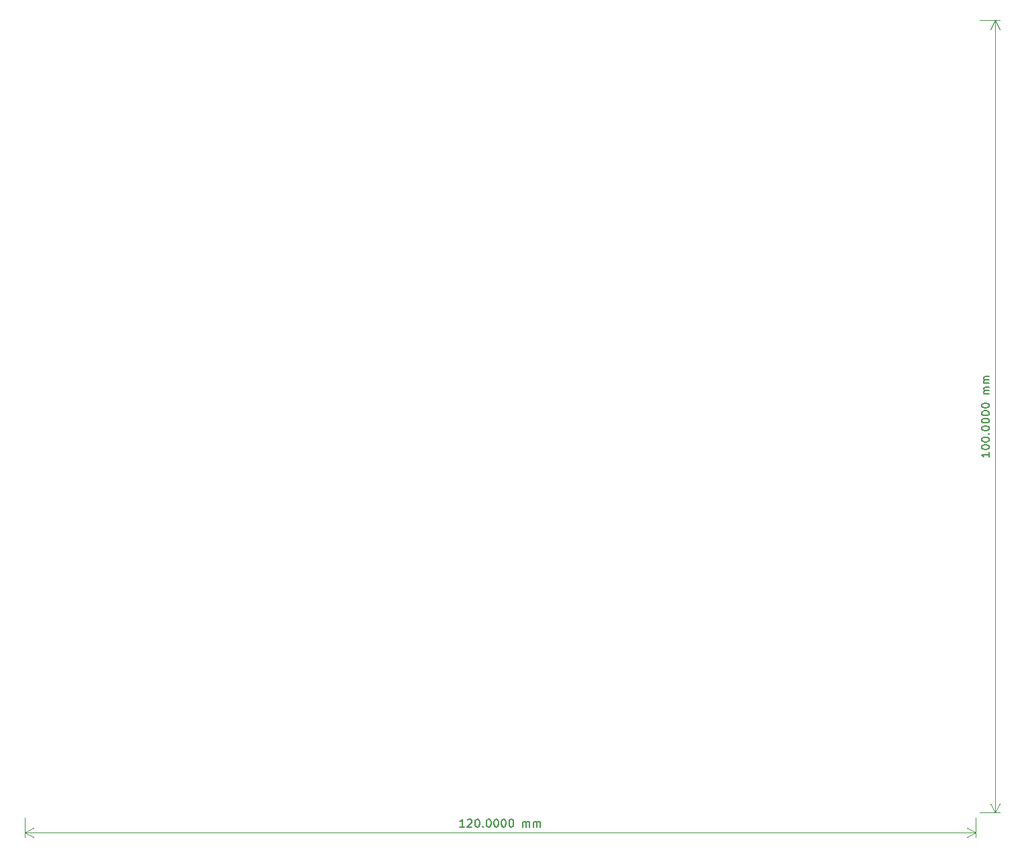
<source format=gbr>
%TF.GenerationSoftware,KiCad,Pcbnew,6.0.4-1.fc35*%
%TF.CreationDate,2022-04-22T01:18:39+05:30*%
%TF.ProjectId,8puter,38707574-6572-42e6-9b69-6361645f7063,rev?*%
%TF.SameCoordinates,PX5496c90PY8113368*%
%TF.FileFunction,OtherDrawing,Comment*%
%FSLAX46Y46*%
G04 Gerber Fmt 4.6, Leading zero omitted, Abs format (unit mm)*
G04 Created by KiCad (PCBNEW 6.0.4-1.fc35) date 2022-04-22 01:18:39*
%MOMM*%
%LPD*%
G01*
G04 APERTURE LIST*
%ADD10C,0.150000*%
%ADD11C,0.100000*%
G04 APERTURE END LIST*
D10*
X55476190Y-1702380D02*
X54904761Y-1702380D01*
X55190476Y-1702380D02*
X55190476Y-702380D01*
X55095238Y-845238D01*
X55000000Y-940476D01*
X54904761Y-988095D01*
X55857142Y-797619D02*
X55904761Y-750000D01*
X56000000Y-702380D01*
X56238095Y-702380D01*
X56333333Y-750000D01*
X56380952Y-797619D01*
X56428571Y-892857D01*
X56428571Y-988095D01*
X56380952Y-1130952D01*
X55809523Y-1702380D01*
X56428571Y-1702380D01*
X57047619Y-702380D02*
X57142857Y-702380D01*
X57238095Y-750000D01*
X57285714Y-797619D01*
X57333333Y-892857D01*
X57380952Y-1083333D01*
X57380952Y-1321428D01*
X57333333Y-1511904D01*
X57285714Y-1607142D01*
X57238095Y-1654761D01*
X57142857Y-1702380D01*
X57047619Y-1702380D01*
X56952380Y-1654761D01*
X56904761Y-1607142D01*
X56857142Y-1511904D01*
X56809523Y-1321428D01*
X56809523Y-1083333D01*
X56857142Y-892857D01*
X56904761Y-797619D01*
X56952380Y-750000D01*
X57047619Y-702380D01*
X57809523Y-1607142D02*
X57857142Y-1654761D01*
X57809523Y-1702380D01*
X57761904Y-1654761D01*
X57809523Y-1607142D01*
X57809523Y-1702380D01*
X58476190Y-702380D02*
X58571428Y-702380D01*
X58666666Y-750000D01*
X58714285Y-797619D01*
X58761904Y-892857D01*
X58809523Y-1083333D01*
X58809523Y-1321428D01*
X58761904Y-1511904D01*
X58714285Y-1607142D01*
X58666666Y-1654761D01*
X58571428Y-1702380D01*
X58476190Y-1702380D01*
X58380952Y-1654761D01*
X58333333Y-1607142D01*
X58285714Y-1511904D01*
X58238095Y-1321428D01*
X58238095Y-1083333D01*
X58285714Y-892857D01*
X58333333Y-797619D01*
X58380952Y-750000D01*
X58476190Y-702380D01*
X59428571Y-702380D02*
X59523809Y-702380D01*
X59619047Y-750000D01*
X59666666Y-797619D01*
X59714285Y-892857D01*
X59761904Y-1083333D01*
X59761904Y-1321428D01*
X59714285Y-1511904D01*
X59666666Y-1607142D01*
X59619047Y-1654761D01*
X59523809Y-1702380D01*
X59428571Y-1702380D01*
X59333333Y-1654761D01*
X59285714Y-1607142D01*
X59238095Y-1511904D01*
X59190476Y-1321428D01*
X59190476Y-1083333D01*
X59238095Y-892857D01*
X59285714Y-797619D01*
X59333333Y-750000D01*
X59428571Y-702380D01*
X60380952Y-702380D02*
X60476190Y-702380D01*
X60571428Y-750000D01*
X60619047Y-797619D01*
X60666666Y-892857D01*
X60714285Y-1083333D01*
X60714285Y-1321428D01*
X60666666Y-1511904D01*
X60619047Y-1607142D01*
X60571428Y-1654761D01*
X60476190Y-1702380D01*
X60380952Y-1702380D01*
X60285714Y-1654761D01*
X60238095Y-1607142D01*
X60190476Y-1511904D01*
X60142857Y-1321428D01*
X60142857Y-1083333D01*
X60190476Y-892857D01*
X60238095Y-797619D01*
X60285714Y-750000D01*
X60380952Y-702380D01*
X61333333Y-702380D02*
X61428571Y-702380D01*
X61523809Y-750000D01*
X61571428Y-797619D01*
X61619047Y-892857D01*
X61666666Y-1083333D01*
X61666666Y-1321428D01*
X61619047Y-1511904D01*
X61571428Y-1607142D01*
X61523809Y-1654761D01*
X61428571Y-1702380D01*
X61333333Y-1702380D01*
X61238095Y-1654761D01*
X61190476Y-1607142D01*
X61142857Y-1511904D01*
X61095238Y-1321428D01*
X61095238Y-1083333D01*
X61142857Y-892857D01*
X61190476Y-797619D01*
X61238095Y-750000D01*
X61333333Y-702380D01*
X62857142Y-1702380D02*
X62857142Y-1035714D01*
X62857142Y-1130952D02*
X62904761Y-1083333D01*
X63000000Y-1035714D01*
X63142857Y-1035714D01*
X63238095Y-1083333D01*
X63285714Y-1178571D01*
X63285714Y-1702380D01*
X63285714Y-1178571D02*
X63333333Y-1083333D01*
X63428571Y-1035714D01*
X63571428Y-1035714D01*
X63666666Y-1083333D01*
X63714285Y-1178571D01*
X63714285Y-1702380D01*
X64190476Y-1702380D02*
X64190476Y-1035714D01*
X64190476Y-1130952D02*
X64238095Y-1083333D01*
X64333333Y-1035714D01*
X64476190Y-1035714D01*
X64571428Y-1083333D01*
X64619047Y-1178571D01*
X64619047Y-1702380D01*
X64619047Y-1178571D02*
X64666666Y-1083333D01*
X64761904Y-1035714D01*
X64904761Y-1035714D01*
X65000000Y-1083333D01*
X65047619Y-1178571D01*
X65047619Y-1702380D01*
D11*
X0Y-500000D02*
X0Y-2986420D01*
X120000000Y-2986420D02*
X120000000Y-500000D01*
X0Y-2400000D02*
X120000000Y-2400000D01*
X0Y-2400000D02*
X120000000Y-2400000D01*
X0Y-2400000D02*
X1126504Y-2986421D01*
X0Y-2400000D02*
X1126504Y-1813579D01*
X120000000Y-2400000D02*
X118873496Y-1813579D01*
X120000000Y-2400000D02*
X118873496Y-2986421D01*
D10*
X121702380Y45576191D02*
X121702380Y45004762D01*
X121702380Y45290477D02*
X120702380Y45290477D01*
X120845238Y45195239D01*
X120940476Y45100000D01*
X120988095Y45004762D01*
X120702380Y46195239D02*
X120702380Y46290477D01*
X120750000Y46385715D01*
X120797619Y46433334D01*
X120892857Y46480953D01*
X121083333Y46528572D01*
X121321428Y46528572D01*
X121511904Y46480953D01*
X121607142Y46433334D01*
X121654761Y46385715D01*
X121702380Y46290477D01*
X121702380Y46195239D01*
X121654761Y46100000D01*
X121607142Y46052381D01*
X121511904Y46004762D01*
X121321428Y45957143D01*
X121083333Y45957143D01*
X120892857Y46004762D01*
X120797619Y46052381D01*
X120750000Y46100000D01*
X120702380Y46195239D01*
X120702380Y47147620D02*
X120702380Y47242858D01*
X120750000Y47338096D01*
X120797619Y47385715D01*
X120892857Y47433334D01*
X121083333Y47480953D01*
X121321428Y47480953D01*
X121511904Y47433334D01*
X121607142Y47385715D01*
X121654761Y47338096D01*
X121702380Y47242858D01*
X121702380Y47147620D01*
X121654761Y47052381D01*
X121607142Y47004762D01*
X121511904Y46957143D01*
X121321428Y46909524D01*
X121083333Y46909524D01*
X120892857Y46957143D01*
X120797619Y47004762D01*
X120750000Y47052381D01*
X120702380Y47147620D01*
X121607142Y47909524D02*
X121654761Y47957143D01*
X121702380Y47909524D01*
X121654761Y47861905D01*
X121607142Y47909524D01*
X121702380Y47909524D01*
X120702380Y48576191D02*
X120702380Y48671429D01*
X120750000Y48766667D01*
X120797619Y48814286D01*
X120892857Y48861905D01*
X121083333Y48909524D01*
X121321428Y48909524D01*
X121511904Y48861905D01*
X121607142Y48814286D01*
X121654761Y48766667D01*
X121702380Y48671429D01*
X121702380Y48576191D01*
X121654761Y48480953D01*
X121607142Y48433334D01*
X121511904Y48385715D01*
X121321428Y48338096D01*
X121083333Y48338096D01*
X120892857Y48385715D01*
X120797619Y48433334D01*
X120750000Y48480953D01*
X120702380Y48576191D01*
X120702380Y49528572D02*
X120702380Y49623810D01*
X120750000Y49719048D01*
X120797619Y49766667D01*
X120892857Y49814286D01*
X121083333Y49861905D01*
X121321428Y49861905D01*
X121511904Y49814286D01*
X121607142Y49766667D01*
X121654761Y49719048D01*
X121702380Y49623810D01*
X121702380Y49528572D01*
X121654761Y49433334D01*
X121607142Y49385715D01*
X121511904Y49338096D01*
X121321428Y49290477D01*
X121083333Y49290477D01*
X120892857Y49338096D01*
X120797619Y49385715D01*
X120750000Y49433334D01*
X120702380Y49528572D01*
X120702380Y50480953D02*
X120702380Y50576191D01*
X120750000Y50671429D01*
X120797619Y50719048D01*
X120892857Y50766667D01*
X121083333Y50814286D01*
X121321428Y50814286D01*
X121511904Y50766667D01*
X121607142Y50719048D01*
X121654761Y50671429D01*
X121702380Y50576191D01*
X121702380Y50480953D01*
X121654761Y50385715D01*
X121607142Y50338096D01*
X121511904Y50290477D01*
X121321428Y50242858D01*
X121083333Y50242858D01*
X120892857Y50290477D01*
X120797619Y50338096D01*
X120750000Y50385715D01*
X120702380Y50480953D01*
X120702380Y51433334D02*
X120702380Y51528572D01*
X120750000Y51623810D01*
X120797619Y51671429D01*
X120892857Y51719048D01*
X121083333Y51766667D01*
X121321428Y51766667D01*
X121511904Y51719048D01*
X121607142Y51671429D01*
X121654761Y51623810D01*
X121702380Y51528572D01*
X121702380Y51433334D01*
X121654761Y51338096D01*
X121607142Y51290477D01*
X121511904Y51242858D01*
X121321428Y51195239D01*
X121083333Y51195239D01*
X120892857Y51242858D01*
X120797619Y51290477D01*
X120750000Y51338096D01*
X120702380Y51433334D01*
X121702380Y52957143D02*
X121035714Y52957143D01*
X121130952Y52957143D02*
X121083333Y53004762D01*
X121035714Y53100000D01*
X121035714Y53242858D01*
X121083333Y53338096D01*
X121178571Y53385715D01*
X121702380Y53385715D01*
X121178571Y53385715D02*
X121083333Y53433334D01*
X121035714Y53528572D01*
X121035714Y53671429D01*
X121083333Y53766667D01*
X121178571Y53814286D01*
X121702380Y53814286D01*
X121702380Y54290477D02*
X121035714Y54290477D01*
X121130952Y54290477D02*
X121083333Y54338096D01*
X121035714Y54433334D01*
X121035714Y54576191D01*
X121083333Y54671429D01*
X121178571Y54719048D01*
X121702380Y54719048D01*
X121178571Y54719048D02*
X121083333Y54766667D01*
X121035714Y54861905D01*
X121035714Y55004762D01*
X121083333Y55100000D01*
X121178571Y55147620D01*
X121702380Y55147620D01*
D11*
X120500000Y100100000D02*
X122986420Y100100000D01*
X122986420Y100000D02*
X120500000Y100000D01*
X122400000Y100100000D02*
X122400000Y100000D01*
X122400000Y100100000D02*
X122400000Y100000D01*
X122400000Y100100000D02*
X121813579Y98973496D01*
X122400000Y100100000D02*
X122986421Y98973496D01*
X122400000Y100000D02*
X122986421Y1226504D01*
X122400000Y100000D02*
X121813579Y1226504D01*
M02*

</source>
